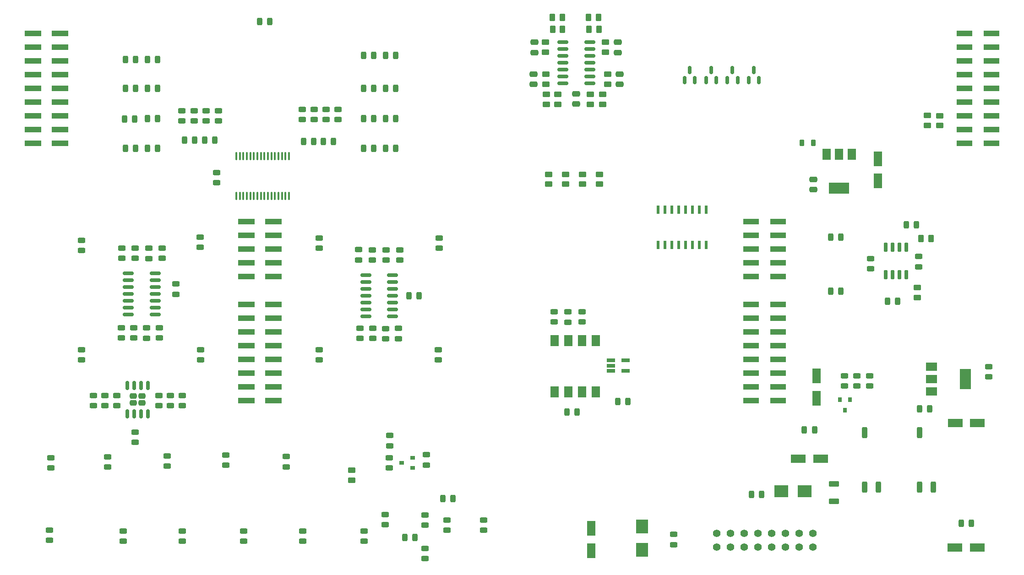
<source format=gbr>
%TF.GenerationSoftware,KiCad,Pcbnew,(6.0.10)*%
%TF.CreationDate,2023-02-08T13:20:31+00:00*%
%TF.ProjectId,fjol-daisy,666a6f6c-2d64-4616-9973-792e6b696361,rev?*%
%TF.SameCoordinates,Original*%
%TF.FileFunction,Paste,Top*%
%TF.FilePolarity,Positive*%
%FSLAX46Y46*%
G04 Gerber Fmt 4.6, Leading zero omitted, Abs format (unit mm)*
G04 Created by KiCad (PCBNEW (6.0.10)) date 2023-02-08 13:20:31*
%MOMM*%
%LPD*%
G01*
G04 APERTURE LIST*
G04 Aperture macros list*
%AMRoundRect*
0 Rectangle with rounded corners*
0 $1 Rounding radius*
0 $2 $3 $4 $5 $6 $7 $8 $9 X,Y pos of 4 corners*
0 Add a 4 corners polygon primitive as box body*
4,1,4,$2,$3,$4,$5,$6,$7,$8,$9,$2,$3,0*
0 Add four circle primitives for the rounded corners*
1,1,$1+$1,$2,$3*
1,1,$1+$1,$4,$5*
1,1,$1+$1,$6,$7*
1,1,$1+$1,$8,$9*
0 Add four rect primitives between the rounded corners*
20,1,$1+$1,$2,$3,$4,$5,0*
20,1,$1+$1,$4,$5,$6,$7,0*
20,1,$1+$1,$6,$7,$8,$9,0*
20,1,$1+$1,$8,$9,$2,$3,0*%
G04 Aperture macros list end*
%ADD10RoundRect,0.250000X0.700000X-0.275000X0.700000X0.275000X-0.700000X0.275000X-0.700000X-0.275000X0*%
%ADD11RoundRect,0.243750X-0.243750X-0.456250X0.243750X-0.456250X0.243750X0.456250X-0.243750X0.456250X0*%
%ADD12RoundRect,0.243750X0.243750X0.456250X-0.243750X0.456250X-0.243750X-0.456250X0.243750X-0.456250X0*%
%ADD13RoundRect,0.150000X0.150000X-0.725000X0.150000X0.725000X-0.150000X0.725000X-0.150000X-0.725000X0*%
%ADD14RoundRect,0.137500X0.137500X-0.662500X0.137500X0.662500X-0.137500X0.662500X-0.137500X-0.662500X0*%
%ADD15RoundRect,0.150000X0.825000X0.150000X-0.825000X0.150000X-0.825000X-0.150000X0.825000X-0.150000X0*%
%ADD16RoundRect,0.243750X-0.456250X0.243750X-0.456250X-0.243750X0.456250X-0.243750X0.456250X0.243750X0*%
%ADD17RoundRect,0.250000X1.137500X0.550000X-1.137500X0.550000X-1.137500X-0.550000X1.137500X-0.550000X0*%
%ADD18RoundRect,0.243750X0.456250X-0.243750X0.456250X0.243750X-0.456250X0.243750X-0.456250X-0.243750X0*%
%ADD19RoundRect,0.250000X0.550000X-1.137500X0.550000X1.137500X-0.550000X1.137500X-0.550000X-1.137500X0*%
%ADD20RoundRect,0.250000X-0.550000X1.137500X-0.550000X-1.137500X0.550000X-1.137500X0.550000X1.137500X0*%
%ADD21R,2.500000X2.300000*%
%ADD22R,2.300000X2.500000*%
%ADD23R,1.560000X0.650000*%
%ADD24R,3.150000X1.000000*%
%ADD25R,3.000000X1.000000*%
%ADD26R,0.900000X0.800000*%
%ADD27R,1.500000X2.000000*%
%ADD28R,3.800000X2.000000*%
%ADD29R,2.000000X1.500000*%
%ADD30R,2.000000X3.800000*%
%ADD31R,1.600000X2.000000*%
%ADD32R,0.800000X0.900000*%
%ADD33RoundRect,0.250000X-1.137500X-0.550000X1.137500X-0.550000X1.137500X0.550000X-1.137500X0.550000X0*%
%ADD34RoundRect,0.100000X0.100000X-0.637500X0.100000X0.637500X-0.100000X0.637500X-0.100000X-0.637500X0*%
%ADD35RoundRect,0.250000X-0.395000X0.255000X-0.395000X-0.255000X0.395000X-0.255000X0.395000X0.255000X0*%
%ADD36RoundRect,0.150000X-0.150000X0.662500X-0.150000X-0.662500X0.150000X-0.662500X0.150000X0.662500X0*%
%ADD37RoundRect,0.250000X0.450000X-0.262500X0.450000X0.262500X-0.450000X0.262500X-0.450000X-0.262500X0*%
%ADD38RoundRect,0.150000X0.150000X-0.587500X0.150000X0.587500X-0.150000X0.587500X-0.150000X-0.587500X0*%
%ADD39RoundRect,0.250000X-0.450000X0.262500X-0.450000X-0.262500X0.450000X-0.262500X0.450000X0.262500X0*%
%ADD40RoundRect,0.250000X-0.262500X-0.450000X0.262500X-0.450000X0.262500X0.450000X-0.262500X0.450000X0*%
%ADD41RoundRect,0.250000X0.475000X-0.250000X0.475000X0.250000X-0.475000X0.250000X-0.475000X-0.250000X0*%
%ADD42RoundRect,0.250000X0.250000X-0.800000X0.250000X0.800000X-0.250000X0.800000X-0.250000X-0.800000X0*%
%ADD43RoundRect,0.218750X0.218750X0.381250X-0.218750X0.381250X-0.218750X-0.381250X0.218750X-0.381250X0*%
%ADD44RoundRect,0.250000X-0.475000X0.250000X-0.475000X-0.250000X0.475000X-0.250000X0.475000X0.250000X0*%
%ADD45RoundRect,0.150000X-0.825000X-0.150000X0.825000X-0.150000X0.825000X0.150000X-0.825000X0.150000X0*%
%ADD46RoundRect,0.250000X0.262500X0.450000X-0.262500X0.450000X-0.262500X-0.450000X0.262500X-0.450000X0*%
%ADD47C,1.422400*%
G04 APERTURE END LIST*
D10*
%TO.C,L1*%
X243370100Y-146263100D03*
X243370100Y-143113100D03*
%TD*%
D11*
%TO.C,D3*%
X194007500Y-129794000D03*
X195882500Y-129794000D03*
%TD*%
D12*
%TO.C,L2*%
X261061200Y-129235200D03*
X259186200Y-129235200D03*
%TD*%
D13*
%TO.C,U6*%
X252984000Y-104429000D03*
X254254000Y-104429000D03*
X255524000Y-104429000D03*
X256794000Y-104429000D03*
X256794000Y-99279000D03*
X255524000Y-99279000D03*
X254254000Y-99279000D03*
X252984000Y-99279000D03*
%TD*%
D14*
%TO.C,U8*%
X210905000Y-98875000D03*
X212175000Y-98875000D03*
X213445000Y-98875000D03*
X214715000Y-98875000D03*
X215985000Y-98875000D03*
X217255000Y-98875000D03*
X218525000Y-98875000D03*
X219795000Y-98875000D03*
X219795000Y-92375000D03*
X218525000Y-92375000D03*
X217255000Y-92375000D03*
X215985000Y-92375000D03*
X214715000Y-92375000D03*
X213445000Y-92375000D03*
X212175000Y-92375000D03*
X210905000Y-92375000D03*
%TD*%
D15*
%TO.C,U10*%
X161776838Y-112111780D03*
X161776838Y-110841780D03*
X161776838Y-109571780D03*
X161776838Y-108301780D03*
X161776838Y-107031780D03*
X161776838Y-105761780D03*
X161776838Y-104491780D03*
X156826838Y-104491780D03*
X156826838Y-105761780D03*
X156826838Y-107031780D03*
X156826838Y-108301780D03*
X156826838Y-109571780D03*
X156826838Y-110841780D03*
X156826838Y-112111780D03*
%TD*%
D16*
%TO.C,C1*%
X272034000Y-121388900D03*
X272034000Y-123263900D03*
%TD*%
D17*
%TO.C,C2*%
X269905500Y-131826000D03*
X265780500Y-131826000D03*
%TD*%
D18*
%TO.C,C4*%
X245322000Y-124951500D03*
X245322000Y-123076500D03*
%TD*%
D17*
%TO.C,C6*%
X240887500Y-138425000D03*
X236762500Y-138425000D03*
%TD*%
D19*
%TO.C,C7*%
X198500000Y-155450000D03*
X198500000Y-151325000D03*
%TD*%
D16*
%TO.C,C8*%
X108613438Y-126721180D03*
X108613438Y-128596180D03*
%TD*%
%TO.C,C9*%
X120725938Y-126708680D03*
X120725938Y-128583680D03*
%TD*%
%TO.C,C15*%
X259080000Y-101043500D03*
X259080000Y-102918500D03*
%TD*%
D18*
%TO.C,C16*%
X250190000Y-103299500D03*
X250190000Y-101424500D03*
%TD*%
D12*
%TO.C,C19*%
X239787500Y-133100000D03*
X237912500Y-133100000D03*
%TD*%
%TO.C,C30*%
X255137500Y-109325000D03*
X253262500Y-109325000D03*
%TD*%
D16*
%TO.C,C32*%
X116299638Y-114245379D03*
X116299638Y-116120379D03*
%TD*%
%TO.C,C33*%
X113962838Y-114194580D03*
X113962838Y-116069580D03*
%TD*%
D18*
%TO.C,C42*%
X158023372Y-101659313D03*
X158023372Y-99784313D03*
%TD*%
%TO.C,C35*%
X114216838Y-101356046D03*
X114216838Y-99481046D03*
%TD*%
D16*
%TO.C,C36*%
X121688438Y-106121180D03*
X121688438Y-107996180D03*
%TD*%
D12*
%TO.C,C37*%
X166663438Y-108296180D03*
X164788438Y-108296180D03*
%TD*%
D16*
%TO.C,C38*%
X158124972Y-114296180D03*
X158124972Y-116171180D03*
%TD*%
%TO.C,C40*%
X160478705Y-114351578D03*
X160478705Y-116226578D03*
%TD*%
D18*
%TO.C,C41*%
X160580305Y-101676246D03*
X160580305Y-99801246D03*
%TD*%
%TO.C,C34*%
X119195238Y-101374512D03*
X119195238Y-99499512D03*
%TD*%
D11*
%TO.C,C46*%
X171064338Y-145830280D03*
X172939338Y-145830280D03*
%TD*%
D20*
%TO.C,C44*%
X251550000Y-82937500D03*
X251550000Y-87062500D03*
%TD*%
D16*
%TO.C,C45*%
X129286000Y-85524100D03*
X129286000Y-87399100D03*
%TD*%
D21*
%TO.C,D1*%
X237925000Y-144425000D03*
X233625000Y-144425000D03*
%TD*%
D22*
%TO.C,D2*%
X207937100Y-155277600D03*
X207937100Y-150977600D03*
%TD*%
D23*
%TO.C,IC1*%
X202175000Y-120250000D03*
X202175000Y-121200000D03*
X202175000Y-122150000D03*
X204875000Y-122150000D03*
X204875000Y-120250000D03*
%TD*%
D24*
%TO.C,J6*%
X134730589Y-94591180D03*
X139780589Y-94591180D03*
X134730589Y-97131180D03*
X139780589Y-97131180D03*
X134730589Y-99671180D03*
X139780589Y-99671180D03*
X134730589Y-102211180D03*
X139780589Y-102211180D03*
X134730589Y-104751180D03*
X139780589Y-104751180D03*
%TD*%
D25*
%TO.C,J10*%
X233078100Y-94595000D03*
X228038100Y-94595000D03*
X233078100Y-97135000D03*
X228038100Y-97135000D03*
X233078100Y-99675000D03*
X228038100Y-99675000D03*
X233078100Y-102215000D03*
X228038100Y-102215000D03*
X233078100Y-104755000D03*
X228038100Y-104755000D03*
%TD*%
D12*
%TO.C,L4*%
X230012500Y-145050000D03*
X228137500Y-145050000D03*
%TD*%
D18*
%TO.C,L5*%
X213715600Y-154313100D03*
X213715600Y-152438100D03*
%TD*%
D11*
%TO.C,L7*%
X137200938Y-57546180D03*
X139075938Y-57546180D03*
%TD*%
D16*
%TO.C,L8*%
X171811338Y-149733780D03*
X171811338Y-151608780D03*
%TD*%
D18*
%TO.C,L9*%
X178605838Y-151642280D03*
X178605838Y-149767280D03*
%TD*%
D16*
%TO.C,L10*%
X167760038Y-155037780D03*
X167760038Y-156912780D03*
%TD*%
D12*
%TO.C,L11*%
X165905000Y-153030000D03*
X164030000Y-153030000D03*
%TD*%
D26*
%TO.C,Q1*%
X165488438Y-140121180D03*
X165488438Y-138221180D03*
X163488438Y-139171180D03*
%TD*%
D11*
%TO.C,R1*%
X203430900Y-127812800D03*
X205305900Y-127812800D03*
%TD*%
D16*
%TO.C,R3*%
X194221100Y-111290100D03*
X194221100Y-113165100D03*
%TD*%
D18*
%TO.C,R4*%
X196824600Y-113131600D03*
X196824600Y-111256600D03*
%TD*%
D16*
%TO.C,R2*%
X249986800Y-123065300D03*
X249986800Y-124940300D03*
%TD*%
D11*
%TO.C,R8*%
X242775500Y-97409000D03*
X244650500Y-97409000D03*
%TD*%
D16*
%TO.C,R11*%
X126273372Y-118286280D03*
X126273372Y-120161280D03*
%TD*%
%TO.C,R12*%
X130988438Y-137708680D03*
X130988438Y-139583680D03*
%TD*%
%TO.C,R13*%
X104310838Y-118286280D03*
X104310838Y-120161280D03*
%TD*%
%TO.C,R14*%
X142088438Y-138046180D03*
X142088438Y-139921180D03*
%TD*%
%TO.C,R28*%
X148238438Y-97596180D03*
X148238438Y-99471180D03*
%TD*%
%TO.C,R29*%
X145204838Y-151799280D03*
X145204838Y-153674280D03*
%TD*%
%TO.C,R17*%
X104310838Y-98046180D03*
X104310838Y-99921180D03*
%TD*%
%TO.C,R18*%
X122916338Y-151799280D03*
X122916338Y-153674280D03*
%TD*%
%TO.C,R19*%
X118636438Y-114228446D03*
X118636438Y-116103446D03*
%TD*%
%TO.C,R20*%
X111626038Y-114211513D03*
X111626038Y-116086513D03*
%TD*%
D18*
%TO.C,R34*%
X155466438Y-101642380D03*
X155466438Y-99767380D03*
%TD*%
%TO.C,R22*%
X111727638Y-101337580D03*
X111727638Y-99462580D03*
%TD*%
D16*
%TO.C,R23*%
X148235905Y-118286280D03*
X148235905Y-120161280D03*
%TD*%
%TO.C,R24*%
X111994338Y-151799280D03*
X111994338Y-153674280D03*
%TD*%
%TO.C,R25*%
X170198438Y-118286280D03*
X170198438Y-120161280D03*
%TD*%
%TO.C,R26*%
X170413438Y-97621180D03*
X170413438Y-99496180D03*
%TD*%
%TO.C,R27*%
X156507838Y-151799280D03*
X156507838Y-153674280D03*
%TD*%
%TO.C,R15*%
X126188438Y-97446180D03*
X126188438Y-99321180D03*
%TD*%
%TO.C,R16*%
X134219338Y-151799280D03*
X134219338Y-153674280D03*
%TD*%
%TO.C,R31*%
X155771238Y-114314646D03*
X155771238Y-116189646D03*
%TD*%
%TO.C,R32*%
X162832438Y-114333112D03*
X162832438Y-116208112D03*
%TD*%
D18*
%TO.C,R33*%
X163137238Y-101693179D03*
X163137238Y-99818179D03*
%TD*%
%TO.C,R21*%
X116706038Y-101392978D03*
X116706038Y-99517978D03*
%TD*%
D11*
%TO.C,R30*%
X160463438Y-63846180D03*
X162338438Y-63846180D03*
%TD*%
%TO.C,R35*%
X156438438Y-63846180D03*
X158313438Y-63846180D03*
%TD*%
D18*
%TO.C,R50*%
X167810838Y-150689780D03*
X167810838Y-148814780D03*
%TD*%
%TO.C,R54*%
X98638438Y-140146180D03*
X98638438Y-138271180D03*
%TD*%
%TO.C,R55*%
X98338438Y-153496180D03*
X98338438Y-151621180D03*
%TD*%
D11*
%TO.C,R36*%
X160463438Y-69946180D03*
X162338438Y-69946180D03*
%TD*%
%TO.C,R37*%
X156438438Y-69946180D03*
X158313438Y-69946180D03*
%TD*%
D18*
%TO.C,R38*%
X167988438Y-139571180D03*
X167988438Y-137696180D03*
%TD*%
%TO.C,R40*%
X161238438Y-136021180D03*
X161238438Y-134146180D03*
%TD*%
D15*
%TO.C,U9*%
X117898338Y-111730780D03*
X117898338Y-110460780D03*
X117898338Y-109190780D03*
X117898338Y-107920780D03*
X117898338Y-106650780D03*
X117898338Y-105380780D03*
X117898338Y-104110780D03*
X112948338Y-104110780D03*
X112948338Y-105380780D03*
X112948338Y-106650780D03*
X112948338Y-107920780D03*
X112948338Y-109190780D03*
X112948338Y-110460780D03*
X112948338Y-111730780D03*
%TD*%
D27*
%TO.C,U11*%
X246650000Y-82125000D03*
X244350000Y-82125000D03*
D28*
X244350000Y-88425000D03*
D27*
X242050000Y-82125000D03*
%TD*%
D29*
%TO.C,U2*%
X261390600Y-121372600D03*
D30*
X267690600Y-123672600D03*
D29*
X261390600Y-123672600D03*
X261390600Y-125972600D03*
%TD*%
D31*
%TO.C,U3*%
X191744600Y-126093100D03*
X194284600Y-126093100D03*
X196824600Y-126093100D03*
X199364600Y-126093100D03*
X199364600Y-116553100D03*
X196824600Y-116553100D03*
X194284600Y-116553100D03*
X191744600Y-116553100D03*
%TD*%
D32*
%TO.C,U4*%
X246364800Y-127473200D03*
X244464800Y-127473200D03*
X245414800Y-129473200D03*
%TD*%
D18*
%TO.C,L6*%
X247650000Y-124940300D03*
X247650000Y-123065300D03*
%TD*%
D11*
%TO.C,R52*%
X160463438Y-75521180D03*
X162338438Y-75521180D03*
%TD*%
D12*
%TO.C,R53*%
X158313438Y-75521180D03*
X156438438Y-75521180D03*
%TD*%
D33*
%TO.C,C10*%
X265755100Y-154838400D03*
X269880100Y-154838400D03*
%TD*%
D11*
%TO.C,C17*%
X266880100Y-150368000D03*
X268755100Y-150368000D03*
%TD*%
D20*
%TO.C,C5*%
X240172000Y-123126500D03*
X240172000Y-127251500D03*
%TD*%
D24*
%TO.C,J7*%
X134730589Y-109931180D03*
X139780589Y-109931180D03*
X134730589Y-112471180D03*
X139780589Y-112471180D03*
X134730589Y-115011180D03*
X139780589Y-115011180D03*
X134730589Y-117551180D03*
X139780589Y-117551180D03*
X134730589Y-120091180D03*
X139780589Y-120091180D03*
X134730589Y-122631180D03*
X139780589Y-122631180D03*
X134730589Y-125171180D03*
X139780589Y-125171180D03*
X134730589Y-127711180D03*
X139780589Y-127711180D03*
%TD*%
D25*
%TO.C,J8*%
X233078100Y-109935000D03*
X228038100Y-109935000D03*
X233078100Y-112475000D03*
X228038100Y-112475000D03*
X233078100Y-115015000D03*
X228038100Y-115015000D03*
X233078100Y-117555000D03*
X228038100Y-117555000D03*
X233078100Y-120095000D03*
X228038100Y-120095000D03*
X233078100Y-122635000D03*
X228038100Y-122635000D03*
X233078100Y-125175000D03*
X228038100Y-125175000D03*
X233078100Y-127715000D03*
X228038100Y-127715000D03*
%TD*%
D24*
%TO.C,J5*%
X100338838Y-80107780D03*
X95288838Y-80107780D03*
X100338838Y-77567780D03*
X95288838Y-77567780D03*
X100338838Y-75027780D03*
X95288838Y-75027780D03*
X100338838Y-72487780D03*
X95288838Y-72487780D03*
X100338838Y-69947780D03*
X95288838Y-69947780D03*
X100338838Y-67407780D03*
X95288838Y-67407780D03*
X100338838Y-64867780D03*
X95288838Y-64867780D03*
X100338838Y-62327780D03*
X95288838Y-62327780D03*
X100338838Y-59787780D03*
X95288838Y-59787780D03*
%TD*%
D25*
%TO.C,J9*%
X267476600Y-80111600D03*
X272516600Y-80111600D03*
X267476600Y-77571600D03*
X272516600Y-77571600D03*
X267476600Y-75031600D03*
X272516600Y-75031600D03*
X267476600Y-72491600D03*
X272516600Y-72491600D03*
X267476600Y-69951600D03*
X272516600Y-69951600D03*
X267476600Y-67411600D03*
X272516600Y-67411600D03*
X267476600Y-64871600D03*
X272516600Y-64871600D03*
X267476600Y-62331600D03*
X272516600Y-62331600D03*
X267476600Y-59791600D03*
X272516600Y-59791600D03*
%TD*%
D18*
%TO.C,R41*%
X161213438Y-140096180D03*
X161213438Y-138221180D03*
%TD*%
%TO.C,R51*%
X160394038Y-150613580D03*
X160394038Y-148738580D03*
%TD*%
%TO.C,C3*%
X191681100Y-113131600D03*
X191681100Y-111256600D03*
%TD*%
D11*
%TO.C,R7*%
X242775500Y-107442000D03*
X244650500Y-107442000D03*
%TD*%
D12*
%TO.C,C31*%
X258637500Y-95200000D03*
X256762500Y-95200000D03*
%TD*%
D11*
%TO.C,C39*%
X148963438Y-79746180D03*
X150838438Y-79746180D03*
%TD*%
D12*
%TO.C,C43*%
X147188438Y-79746180D03*
X145313438Y-79746180D03*
%TD*%
D11*
%TO.C,C51*%
X127063438Y-79496180D03*
X128938438Y-79496180D03*
%TD*%
D12*
%TO.C,C52*%
X125163438Y-79496180D03*
X123288438Y-79496180D03*
%TD*%
D18*
%TO.C,R82*%
X151688438Y-75696180D03*
X151688438Y-73821180D03*
%TD*%
%TO.C,R83*%
X149488438Y-75696180D03*
X149488438Y-73821180D03*
%TD*%
%TO.C,R84*%
X147288438Y-75696180D03*
X147288438Y-73821180D03*
%TD*%
D16*
%TO.C,R85*%
X145088438Y-73821180D03*
X145088438Y-75696180D03*
%TD*%
D18*
%TO.C,R86*%
X129588438Y-75946180D03*
X129588438Y-74071180D03*
%TD*%
%TO.C,R87*%
X127338438Y-75946180D03*
X127338438Y-74071180D03*
%TD*%
%TO.C,R88*%
X125088438Y-75946180D03*
X125088438Y-74071180D03*
%TD*%
D16*
%TO.C,R89*%
X122838438Y-74071180D03*
X122838438Y-75946180D03*
%TD*%
D11*
%TO.C,R64*%
X160463438Y-81046180D03*
X162338438Y-81046180D03*
%TD*%
D12*
%TO.C,R65*%
X158313438Y-81046180D03*
X156438438Y-81046180D03*
%TD*%
D18*
%TO.C,R66*%
X106463438Y-128596180D03*
X106463438Y-126721180D03*
%TD*%
D16*
%TO.C,R67*%
X109113438Y-138083680D03*
X109113438Y-139958680D03*
%TD*%
D18*
%TO.C,R68*%
X122863438Y-128583680D03*
X122863438Y-126708680D03*
%TD*%
D16*
%TO.C,R69*%
X120100938Y-137933680D03*
X120100938Y-139808680D03*
%TD*%
%TO.C,R70*%
X110763438Y-126721180D03*
X110763438Y-128596180D03*
%TD*%
%TO.C,R71*%
X118588438Y-126708680D03*
X118588438Y-128583680D03*
%TD*%
D12*
%TO.C,R72*%
X114263438Y-64571180D03*
X112388438Y-64571180D03*
%TD*%
%TO.C,R73*%
X118363438Y-64571180D03*
X116488438Y-64571180D03*
%TD*%
%TO.C,R74*%
X114263438Y-69946180D03*
X112388438Y-69946180D03*
%TD*%
%TO.C,R75*%
X118363438Y-69946180D03*
X116488438Y-69946180D03*
%TD*%
%TO.C,R76*%
X114069100Y-75590400D03*
X112194100Y-75590400D03*
%TD*%
%TO.C,R77*%
X118363438Y-75521180D03*
X116488438Y-75521180D03*
%TD*%
%TO.C,R78*%
X114263438Y-81046180D03*
X112388438Y-81046180D03*
%TD*%
%TO.C,R79*%
X118363438Y-81046180D03*
X116488438Y-81046180D03*
%TD*%
D34*
%TO.C,U12*%
X132894600Y-89869300D03*
X133544600Y-89869300D03*
X134194600Y-89869300D03*
X134844600Y-89869300D03*
X135494600Y-89869300D03*
X136144600Y-89869300D03*
X136794600Y-89869300D03*
X137444600Y-89869300D03*
X138094600Y-89869300D03*
X138744600Y-89869300D03*
X139394600Y-89869300D03*
X140044600Y-89869300D03*
X140694600Y-89869300D03*
X141344600Y-89869300D03*
X141994600Y-89869300D03*
X142644600Y-89869300D03*
X142644600Y-82444300D03*
X141994600Y-82444300D03*
X141344600Y-82444300D03*
X140694600Y-82444300D03*
X140044600Y-82444300D03*
X139394600Y-82444300D03*
X138744600Y-82444300D03*
X138094600Y-82444300D03*
X137444600Y-82444300D03*
X136794600Y-82444300D03*
X136144600Y-82444300D03*
X135494600Y-82444300D03*
X134844600Y-82444300D03*
X134194600Y-82444300D03*
X133544600Y-82444300D03*
X132894600Y-82444300D03*
%TD*%
D18*
%TO.C,C11*%
X114188438Y-135396180D03*
X114188438Y-133521180D03*
%TD*%
D35*
%TO.C,U13*%
X113863438Y-126866180D03*
X115463438Y-126866180D03*
X113863438Y-128126180D03*
X115463438Y-128126180D03*
D36*
X116568438Y-124858680D03*
X115298438Y-124858680D03*
X114028438Y-124858680D03*
X112758438Y-124858680D03*
X112758438Y-130133680D03*
X114028438Y-130133680D03*
X115298438Y-130133680D03*
X116568438Y-130133680D03*
%TD*%
D37*
%TO.C,R42*%
X262925000Y-76812500D03*
X262925000Y-74987500D03*
%TD*%
D38*
%TO.C,Q3*%
X219725000Y-68412500D03*
X221625000Y-68412500D03*
X220675000Y-66537500D03*
%TD*%
D39*
%TO.C,R56*%
X190075000Y-61417500D03*
X190075000Y-63242500D03*
%TD*%
D40*
%TO.C,R62*%
X198025000Y-56825000D03*
X199850000Y-56825000D03*
%TD*%
%TO.C,R45*%
X259512500Y-97700000D03*
X261337500Y-97700000D03*
%TD*%
D37*
%TO.C,R80*%
X201525000Y-69142500D03*
X201525000Y-67317500D03*
%TD*%
D39*
%TO.C,R10*%
X190175000Y-71062500D03*
X190175000Y-72887500D03*
%TD*%
%TO.C,R60*%
X200600000Y-71062500D03*
X200600000Y-72887500D03*
%TD*%
%TO.C,R61*%
X198325000Y-71062500D03*
X198325000Y-72887500D03*
%TD*%
D37*
%TO.C,R44*%
X258800000Y-108587500D03*
X258800000Y-106762500D03*
%TD*%
D39*
%TO.C,R49*%
X193808333Y-85837500D03*
X193808333Y-87662500D03*
%TD*%
D37*
%TO.C,R57*%
X190125000Y-69142500D03*
X190125000Y-67317500D03*
%TD*%
D39*
%TO.C,R48*%
X190675000Y-85837500D03*
X190675000Y-87662500D03*
%TD*%
D41*
%TO.C,C21*%
X187850000Y-69200000D03*
X187850000Y-67300000D03*
%TD*%
%TO.C,C24*%
X195725000Y-72825000D03*
X195725000Y-70925000D03*
%TD*%
D40*
%TO.C,R63*%
X198087500Y-59025000D03*
X199912500Y-59025000D03*
%TD*%
D38*
%TO.C,Q2*%
X215775000Y-68412500D03*
X217675000Y-68412500D03*
X216725000Y-66537500D03*
%TD*%
D39*
%TO.C,R58*%
X196941666Y-85837500D03*
X196941666Y-87662500D03*
%TD*%
D41*
%TO.C,C22*%
X203750000Y-69200000D03*
X203750000Y-67300000D03*
%TD*%
D37*
%TO.C,R5*%
X154200000Y-142405000D03*
X154200000Y-140580000D03*
%TD*%
D39*
%TO.C,R43*%
X260625000Y-74962500D03*
X260625000Y-76787500D03*
%TD*%
D42*
%TO.C,U1*%
X249047000Y-143713200D03*
X251587000Y-143713200D03*
X259207000Y-143713200D03*
X261747000Y-143713200D03*
X259207000Y-133613200D03*
X249047000Y-133613200D03*
%TD*%
D39*
%TO.C,R59*%
X200075000Y-85837500D03*
X200075000Y-87662500D03*
%TD*%
%TO.C,R81*%
X201150000Y-61417500D03*
X201150000Y-63242500D03*
%TD*%
D43*
%TO.C,L12*%
X239562500Y-79975000D03*
X237437500Y-79975000D03*
%TD*%
D44*
%TO.C,C23*%
X203425000Y-61400000D03*
X203425000Y-63300000D03*
%TD*%
D41*
%TO.C,C13*%
X239550000Y-88650000D03*
X239550000Y-86750000D03*
%TD*%
D45*
%TO.C,U7*%
X193300000Y-61415000D03*
X193300000Y-62685000D03*
X193300000Y-63955000D03*
X193300000Y-65225000D03*
X193300000Y-66495000D03*
X193300000Y-67765000D03*
X193300000Y-69035000D03*
X198250000Y-69035000D03*
X198250000Y-67765000D03*
X198250000Y-66495000D03*
X198250000Y-65225000D03*
X198250000Y-63955000D03*
X198250000Y-62685000D03*
X198250000Y-61415000D03*
%TD*%
D38*
%TO.C,Q4*%
X223675000Y-68412500D03*
X225575000Y-68412500D03*
X224625000Y-66537500D03*
%TD*%
%TO.C,Q5*%
X227625000Y-68412500D03*
X229525000Y-68412500D03*
X228575000Y-66537500D03*
%TD*%
D46*
%TO.C,R46*%
X193187500Y-59025000D03*
X191362500Y-59025000D03*
%TD*%
%TO.C,R47*%
X193137500Y-56825000D03*
X191312500Y-56825000D03*
%TD*%
D39*
%TO.C,R9*%
X192300000Y-71062500D03*
X192300000Y-72887500D03*
%TD*%
D44*
%TO.C,C20*%
X188025000Y-61400000D03*
X188025000Y-63300000D03*
%TD*%
D47*
%TO.C,J1*%
X221698404Y-152196800D03*
X221698404Y-154736800D03*
X224238404Y-152196800D03*
X224238404Y-154736800D03*
X226778404Y-152196800D03*
X226778404Y-154736800D03*
X229318404Y-152196800D03*
X229318404Y-154736800D03*
X231858404Y-152196800D03*
X231858404Y-154736800D03*
X234398404Y-152196800D03*
X234398404Y-154736800D03*
X236938404Y-152196800D03*
X236938404Y-154736800D03*
X239478404Y-152196800D03*
X239478404Y-154736800D03*
%TD*%
M02*

</source>
